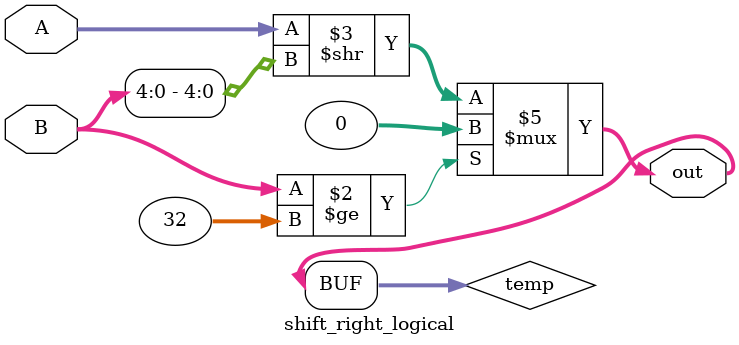
<source format=v>
module shift_right_logical(
    input [31:0] A,    
    input [31:0] B,    
    output [31:0] out  
);
    reg [31:0] temp;
    always @(*) begin
        if (B >= 32)
            temp = 32'h0;  // Shift by 32 or more results in 0
        else
            temp = A >> B[4:0];  // Logical right shift - fills with 0s
    end
    assign out = temp;
endmodule
</source>
